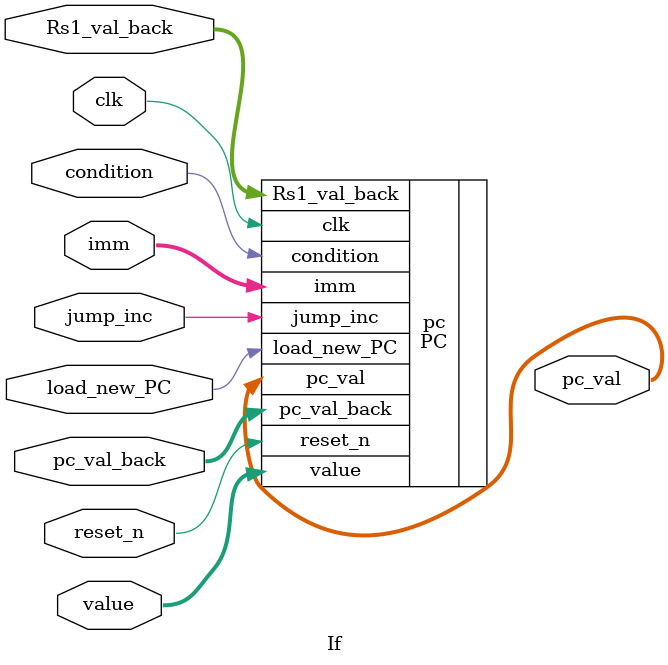
<source format=sv>
module If(
    input logic clk,
	  input logic 	      reset_n,

		input logic signed [15:0] imm,
		input logic signed [25:0] value,
    input logic jump_inc,
    input logic condition,
    input logic [31:0] pc_val_back,
    input logic load_new_PC,
    input logic signed [31:0]	Rs1_val_back,
		output logic [31:0] pc_val
		);

		//logic [31:0] imm_extended;
		//logic [31:0] val_extended;

	 /*always@(*)
	 begin
	 	imm_extended <= imm;
		val_extended <= value;
  end*/

  PC pc(.clk(clk), .reset_n(reset_n), .jump_inc(jump_inc), .imm(imm), .value(value), .condition(condition), .pc_val_back(pc_val_back), .load_new_PC(load_new_PC), .Rs1_val_back(Rs1_val_back), .pc_val(pc_val));



endmodule // PC

</source>
